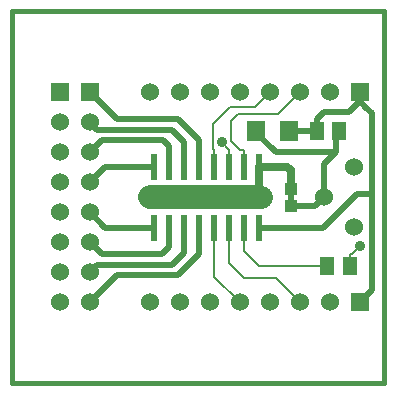
<source format=gtl>
G04 (created by PCBNEW (2013-01-23 BZR 3920)-testing) date Thu 24 Jan 2013 02:36:52 AM CET*
%MOIN*%
G04 Gerber Fmt 3.4, Leading zero omitted, Abs format*
%FSLAX34Y34*%
G01*
G70*
G90*
G04 APERTURE LIST*
%ADD10C,2.3622e-06*%
%ADD11C,0.015*%
%ADD12C,0.06*%
%ADD13R,0.0236X0.0866*%
%ADD14R,0.0511X0.059*%
%ADD15R,0.0629X0.0708*%
%ADD16R,0.04X0.04*%
%ADD17R,0.06X0.06*%
%ADD18C,0.035*%
%ADD19C,0.055*%
%ADD20C,0.008*%
%ADD21C,0.02*%
%ADD22C,0.025*%
%ADD23C,0.08*%
%ADD24C,0.075*%
G04 APERTURE END LIST*
G54D10*
G54D11*
X54100Y-17400D02*
X41700Y-17400D01*
X54100Y-29800D02*
X54100Y-17400D01*
X41700Y-29800D02*
X54100Y-29800D01*
X41700Y-17400D02*
X41700Y-29800D01*
G54D12*
X53100Y-24600D03*
X52100Y-23600D03*
X53100Y-22600D03*
G54D13*
X49950Y-22577D03*
X49450Y-22577D03*
X48950Y-22577D03*
X48450Y-22577D03*
X47950Y-22577D03*
X47450Y-22577D03*
X46950Y-22577D03*
X46450Y-22577D03*
X46450Y-24623D03*
X46950Y-24623D03*
X47450Y-24623D03*
X47950Y-24623D03*
X48450Y-24623D03*
X48950Y-24623D03*
X49450Y-24623D03*
X49950Y-24623D03*
G54D14*
X52974Y-25900D03*
X52226Y-25900D03*
G54D15*
X50952Y-21384D03*
X49850Y-21384D03*
G54D14*
X51876Y-21400D03*
X52624Y-21400D03*
G54D16*
X51000Y-23325D03*
X51000Y-23875D03*
G54D17*
X53300Y-20100D03*
G54D12*
X52300Y-20100D03*
X51300Y-20100D03*
X50300Y-20100D03*
X49300Y-20100D03*
X48300Y-20100D03*
X47300Y-20100D03*
X46300Y-20100D03*
G54D17*
X53300Y-27100D03*
G54D12*
X52300Y-27100D03*
X51300Y-27100D03*
X50300Y-27100D03*
X49300Y-27100D03*
X48300Y-27100D03*
X47300Y-27100D03*
X46300Y-27100D03*
G54D17*
X43300Y-20100D03*
G54D12*
X43300Y-21100D03*
X43300Y-22100D03*
X43300Y-23100D03*
X43300Y-24100D03*
X43300Y-25100D03*
X43300Y-26100D03*
X43300Y-27100D03*
G54D17*
X44300Y-20100D03*
G54D12*
X44300Y-21100D03*
X44300Y-22100D03*
X44300Y-23100D03*
X44300Y-24100D03*
X44300Y-25100D03*
X44300Y-26100D03*
X44300Y-27100D03*
G54D18*
X48700Y-21771D03*
G54D19*
X46300Y-23600D03*
G54D18*
X53319Y-25207D03*
G54D20*
X48450Y-22021D02*
X48450Y-22577D01*
X48402Y-21973D02*
X48450Y-22021D01*
X48402Y-21168D02*
X48402Y-21973D01*
X48991Y-20579D02*
X48402Y-21168D01*
X49821Y-20579D02*
X48991Y-20579D01*
X50300Y-20100D02*
X49821Y-20579D01*
X48450Y-26250D02*
X49300Y-27100D01*
X48450Y-24623D02*
X48450Y-26250D01*
G54D21*
X44300Y-20100D02*
X45200Y-21000D01*
X47950Y-21700D02*
X47950Y-22577D01*
X47250Y-21000D02*
X47950Y-21700D01*
X45200Y-21000D02*
X47250Y-21000D01*
X44300Y-21100D02*
X44550Y-21350D01*
X47450Y-21750D02*
X47450Y-22577D01*
X47050Y-21350D02*
X47450Y-21750D01*
X44550Y-21350D02*
X47050Y-21350D01*
X46950Y-22577D02*
X46950Y-21900D01*
X44700Y-21700D02*
X44300Y-22100D01*
X46750Y-21700D02*
X44700Y-21700D01*
X46950Y-21900D02*
X46750Y-21700D01*
X46450Y-22577D02*
X44823Y-22577D01*
X44823Y-22577D02*
X44300Y-23100D01*
X46450Y-24623D02*
X44823Y-24623D01*
X44823Y-24623D02*
X44300Y-24100D01*
X44300Y-25100D02*
X44700Y-25500D01*
X46950Y-25250D02*
X46950Y-24623D01*
X46700Y-25500D02*
X46950Y-25250D01*
X44700Y-25500D02*
X46700Y-25500D01*
X44300Y-26100D02*
X44550Y-25850D01*
X47450Y-25450D02*
X47450Y-24623D01*
X47050Y-25850D02*
X47450Y-25450D01*
X44550Y-25850D02*
X47050Y-25850D01*
X44300Y-27100D02*
X45200Y-26200D01*
X47950Y-25500D02*
X47950Y-24623D01*
X47250Y-26200D02*
X47950Y-25500D01*
X45200Y-26200D02*
X47250Y-26200D01*
G54D20*
X50578Y-20822D02*
X49228Y-20822D01*
X51300Y-20100D02*
X50578Y-20822D01*
X49000Y-21050D02*
X49000Y-21718D01*
X49228Y-20822D02*
X49000Y-21050D01*
X49303Y-22021D02*
X49000Y-21718D01*
X49000Y-21718D02*
X48998Y-21716D01*
X49450Y-22021D02*
X49303Y-22021D01*
X49450Y-22577D02*
X49450Y-22021D01*
X48950Y-22021D02*
X48950Y-22577D01*
X48700Y-21771D02*
X48950Y-22021D01*
X48950Y-24623D02*
X48950Y-25800D01*
X50500Y-26300D02*
X51300Y-27100D01*
X49450Y-26300D02*
X50500Y-26300D01*
X48950Y-25800D02*
X49450Y-26300D01*
G54D21*
X52500Y-22100D02*
X52500Y-21524D01*
X52500Y-21524D02*
X52624Y-21400D01*
X49850Y-21384D02*
X49850Y-21450D01*
X50500Y-22100D02*
X52500Y-22100D01*
X49850Y-21450D02*
X50500Y-22100D01*
X52100Y-23600D02*
X52100Y-22500D01*
X52100Y-22500D02*
X52500Y-22100D01*
X51000Y-23875D02*
X51825Y-23875D01*
X51825Y-23875D02*
X52100Y-23600D01*
X51000Y-23875D02*
X51000Y-23325D01*
G54D22*
X50877Y-22577D02*
X49950Y-22577D01*
X51000Y-22700D02*
X50877Y-22577D01*
X51000Y-23325D02*
X51000Y-22700D01*
X49950Y-22577D02*
X49950Y-23600D01*
G54D23*
X46300Y-23600D02*
X49900Y-23600D01*
G54D22*
X49900Y-23550D02*
X49900Y-23600D01*
X49950Y-23600D02*
X49900Y-23550D01*
G54D24*
X49900Y-23600D02*
X49950Y-23600D01*
X49950Y-23600D02*
X50000Y-23600D01*
G54D20*
X53044Y-25482D02*
X53319Y-25207D01*
X52974Y-25482D02*
X53044Y-25482D01*
X52974Y-25900D02*
X52974Y-25482D01*
X49950Y-25900D02*
X52226Y-25900D01*
X49450Y-25400D02*
X49950Y-25900D01*
X49450Y-24623D02*
X49450Y-25400D01*
G54D21*
X51876Y-21400D02*
X51876Y-20974D01*
X52950Y-20750D02*
X53300Y-20400D01*
X52100Y-20750D02*
X52950Y-20750D01*
X51876Y-20974D02*
X52100Y-20750D01*
X50952Y-21384D02*
X51860Y-21384D01*
X51860Y-21384D02*
X51876Y-21400D01*
X53700Y-23500D02*
X53200Y-23500D01*
X52077Y-24623D02*
X49950Y-24623D01*
X52077Y-24623D02*
X53200Y-23500D01*
X53700Y-26700D02*
X53300Y-27100D01*
X53700Y-24116D02*
X53700Y-26700D01*
X53300Y-20400D02*
X53508Y-20608D01*
X53508Y-20608D02*
X53700Y-20800D01*
X53700Y-20800D02*
X53700Y-23500D01*
X53300Y-20100D02*
X53300Y-20400D01*
X53700Y-23500D02*
X53700Y-24116D01*
M02*

</source>
